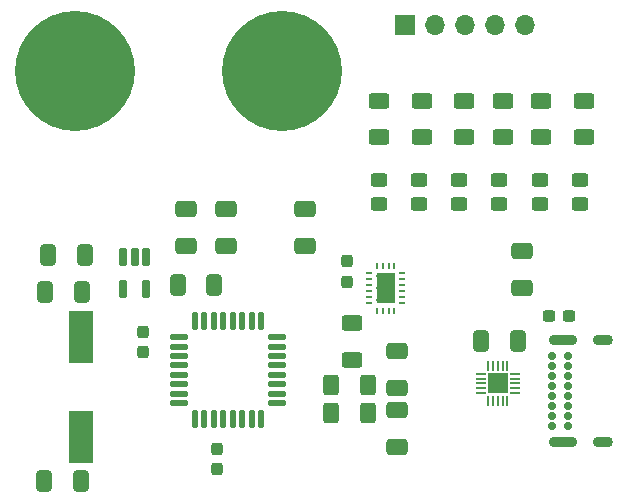
<source format=gbr>
%TF.GenerationSoftware,KiCad,Pcbnew,8.0.4*%
%TF.CreationDate,2024-12-03T19:18:34-08:00*%
%TF.ProjectId,USBC_UART_Dock_Prototype,55534243-5f55-4415-9254-5f446f636b5f,rev?*%
%TF.SameCoordinates,Original*%
%TF.FileFunction,Soldermask,Top*%
%TF.FilePolarity,Negative*%
%FSLAX46Y46*%
G04 Gerber Fmt 4.6, Leading zero omitted, Abs format (unit mm)*
G04 Created by KiCad (PCBNEW 8.0.4) date 2024-12-03 19:18:34*
%MOMM*%
%LPD*%
G01*
G04 APERTURE LIST*
G04 Aperture macros list*
%AMRoundRect*
0 Rectangle with rounded corners*
0 $1 Rounding radius*
0 $2 $3 $4 $5 $6 $7 $8 $9 X,Y pos of 4 corners*
0 Add a 4 corners polygon primitive as box body*
4,1,4,$2,$3,$4,$5,$6,$7,$8,$9,$2,$3,0*
0 Add four circle primitives for the rounded corners*
1,1,$1+$1,$2,$3*
1,1,$1+$1,$4,$5*
1,1,$1+$1,$6,$7*
1,1,$1+$1,$8,$9*
0 Add four rect primitives between the rounded corners*
20,1,$1+$1,$2,$3,$4,$5,0*
20,1,$1+$1,$4,$5,$6,$7,0*
20,1,$1+$1,$6,$7,$8,$9,0*
20,1,$1+$1,$8,$9,$2,$3,0*%
G04 Aperture macros list end*
%ADD10RoundRect,0.250000X-0.625000X0.400000X-0.625000X-0.400000X0.625000X-0.400000X0.625000X0.400000X0*%
%ADD11RoundRect,0.162500X-0.162500X0.617500X-0.162500X-0.617500X0.162500X-0.617500X0.162500X0.617500X0*%
%ADD12RoundRect,0.250000X-0.412500X-0.650000X0.412500X-0.650000X0.412500X0.650000X-0.412500X0.650000X0*%
%ADD13RoundRect,0.250000X0.650000X-0.412500X0.650000X0.412500X-0.650000X0.412500X-0.650000X-0.412500X0*%
%ADD14RoundRect,0.250000X-0.650000X0.412500X-0.650000X-0.412500X0.650000X-0.412500X0.650000X0.412500X0*%
%ADD15C,10.160000*%
%ADD16C,0.700000*%
%ADD17O,2.400000X0.900000*%
%ADD18O,1.700000X0.900000*%
%ADD19RoundRect,0.250000X0.412500X0.650000X-0.412500X0.650000X-0.412500X-0.650000X0.412500X-0.650000X0*%
%ADD20RoundRect,0.250000X0.450000X-0.325000X0.450000X0.325000X-0.450000X0.325000X-0.450000X-0.325000X0*%
%ADD21RoundRect,0.237500X-0.237500X0.300000X-0.237500X-0.300000X0.237500X-0.300000X0.237500X0.300000X0*%
%ADD22RoundRect,0.250000X-0.400000X-0.625000X0.400000X-0.625000X0.400000X0.625000X-0.400000X0.625000X0*%
%ADD23RoundRect,0.125000X-0.625000X-0.125000X0.625000X-0.125000X0.625000X0.125000X-0.625000X0.125000X0*%
%ADD24RoundRect,0.125000X-0.125000X-0.625000X0.125000X-0.625000X0.125000X0.625000X-0.125000X0.625000X0*%
%ADD25RoundRect,0.237500X0.237500X-0.300000X0.237500X0.300000X-0.237500X0.300000X-0.237500X-0.300000X0*%
%ADD26RoundRect,0.050000X0.362500X0.050000X-0.362500X0.050000X-0.362500X-0.050000X0.362500X-0.050000X0*%
%ADD27RoundRect,0.050000X0.050000X0.362500X-0.050000X0.362500X-0.050000X-0.362500X0.050000X-0.362500X0*%
%ADD28R,1.700000X1.700000*%
%ADD29R,2.000000X4.500000*%
%ADD30O,1.700000X1.700000*%
%ADD31RoundRect,0.237500X-0.300000X-0.237500X0.300000X-0.237500X0.300000X0.237500X-0.300000X0.237500X0*%
%ADD32RoundRect,0.250000X0.625000X-0.400000X0.625000X0.400000X-0.625000X0.400000X-0.625000X-0.400000X0*%
%ADD33O,0.599999X0.200000*%
%ADD34O,0.200000X0.599999*%
%ADD35R,1.599999X2.600000*%
%ADD36C,0.499999*%
G04 APERTURE END LIST*
D10*
%TO.C,R8*%
X161900000Y-69760000D03*
X161900000Y-72860000D03*
%TD*%
D11*
%TO.C,U5*%
X128450000Y-82987500D03*
X127500000Y-82987500D03*
X126550000Y-82987500D03*
X126550000Y-85687500D03*
X128450000Y-85687500D03*
%TD*%
D12*
%TO.C,C10*%
X156837500Y-90137500D03*
X159962500Y-90137500D03*
%TD*%
D13*
%TO.C,C8*%
X149700000Y-94087500D03*
X149700000Y-90962500D03*
%TD*%
D14*
%TO.C,C4*%
X135200000Y-78912500D03*
X135200000Y-82037500D03*
%TD*%
D15*
%TO.C,J1*%
X122450000Y-67287500D03*
%TD*%
D16*
%TO.C,J4*%
X162825000Y-97312500D03*
X162825000Y-96462500D03*
X162825000Y-95612500D03*
X162825000Y-94762500D03*
X162825000Y-93912500D03*
X162825000Y-93062500D03*
X162825000Y-92212500D03*
X162825000Y-91362500D03*
X164175000Y-91362500D03*
X164175000Y-92212500D03*
X164175000Y-93062500D03*
X164175000Y-93912500D03*
X164175000Y-94762500D03*
X164175000Y-95612500D03*
X164175000Y-96462500D03*
X164175000Y-97312500D03*
D17*
X163805000Y-98662500D03*
D18*
X167185000Y-98662500D03*
D17*
X163805000Y-90012500D03*
D18*
X167185000Y-90012500D03*
%TD*%
D19*
%TO.C,C1*%
X123062500Y-86000000D03*
X119937500Y-86000000D03*
%TD*%
D20*
%TO.C,D4*%
X158388000Y-78560000D03*
X158388000Y-76510000D03*
%TD*%
D14*
%TO.C,C9*%
X149750000Y-95987500D03*
X149750000Y-99112500D03*
%TD*%
D10*
%TO.C,R7*%
X158650000Y-69760000D03*
X158650000Y-72860000D03*
%TD*%
%TO.C,R5*%
X151850000Y-69760000D03*
X151850000Y-72860000D03*
%TD*%
D15*
%TO.C,J2*%
X140000000Y-67287500D03*
%TD*%
D10*
%TO.C,R4*%
X148200000Y-69760000D03*
X148200000Y-72860000D03*
%TD*%
%TO.C,R6*%
X155400000Y-69760000D03*
X155400000Y-72860000D03*
%TD*%
D20*
%TO.C,D1*%
X148200000Y-78560000D03*
X148200000Y-76510000D03*
%TD*%
%TO.C,D5*%
X161784000Y-78560000D03*
X161784000Y-76510000D03*
%TD*%
D13*
%TO.C,C12*%
X160300000Y-85662500D03*
X160300000Y-82537500D03*
%TD*%
D19*
%TO.C,C16*%
X123275000Y-82837500D03*
X120150000Y-82837500D03*
%TD*%
D20*
%TO.C,D2*%
X151596000Y-78560000D03*
X151596000Y-76510000D03*
%TD*%
D21*
%TO.C,C13*%
X134500000Y-99237500D03*
X134500000Y-100962500D03*
%TD*%
D12*
%TO.C,C17*%
X131137500Y-85400000D03*
X134262500Y-85400000D03*
%TD*%
D10*
%TO.C,R9*%
X165550000Y-69760000D03*
X165550000Y-72860000D03*
%TD*%
D20*
%TO.C,D3*%
X154992000Y-78560000D03*
X154992000Y-76510000D03*
%TD*%
D14*
%TO.C,C5*%
X131850000Y-78912500D03*
X131850000Y-82037500D03*
%TD*%
D22*
%TO.C,R3*%
X144150000Y-93850000D03*
X147250000Y-93850000D03*
%TD*%
D23*
%TO.C,U1*%
X131225000Y-89787500D03*
X131225000Y-90587500D03*
X131225000Y-91387500D03*
X131225000Y-92187500D03*
X131225000Y-92987500D03*
X131225000Y-93787500D03*
X131225000Y-94587500D03*
X131225000Y-95387500D03*
D24*
X132600000Y-96762500D03*
X133400000Y-96762500D03*
X134200000Y-96762500D03*
X135000000Y-96762500D03*
X135800000Y-96762500D03*
X136600000Y-96762500D03*
X137400000Y-96762500D03*
X138200000Y-96762500D03*
D23*
X139575000Y-95387500D03*
X139575000Y-94587500D03*
X139575000Y-93787500D03*
X139575000Y-92987500D03*
X139575000Y-92187500D03*
X139575000Y-91387500D03*
X139575000Y-90587500D03*
X139575000Y-89787500D03*
D24*
X138200000Y-88412500D03*
X137400000Y-88412500D03*
X136600000Y-88412500D03*
X135800000Y-88412500D03*
X135000000Y-88412500D03*
X134200000Y-88412500D03*
X133400000Y-88412500D03*
X132600000Y-88412500D03*
%TD*%
D25*
%TO.C,C7*%
X145450000Y-85100000D03*
X145450000Y-83375000D03*
%TD*%
D19*
%TO.C,C3*%
X122962500Y-102000000D03*
X119837500Y-102000000D03*
%TD*%
D22*
%TO.C,R2*%
X144150000Y-96200000D03*
X147250000Y-96200000D03*
%TD*%
D26*
%TO.C,U3*%
X159712500Y-94500000D03*
X159712500Y-94100000D03*
X159712500Y-93700000D03*
X159712500Y-93300000D03*
X159712500Y-92900000D03*
D27*
X159050000Y-92237500D03*
X158650000Y-92237500D03*
X158250000Y-92237500D03*
X157850000Y-92237500D03*
X157450000Y-92237500D03*
D26*
X156787500Y-92900000D03*
X156787500Y-93300000D03*
X156787500Y-93700000D03*
X156787500Y-94100000D03*
X156787500Y-94500000D03*
D27*
X157450000Y-95162500D03*
X157850000Y-95162500D03*
X158250000Y-95162500D03*
X158650000Y-95162500D03*
X159050000Y-95162500D03*
D28*
X158250000Y-93700000D03*
%TD*%
D29*
%TO.C,Y1*%
X123000000Y-89750000D03*
X123000000Y-98250000D03*
%TD*%
D28*
%TO.C,J3*%
X150380000Y-63387500D03*
D30*
X152920000Y-63387500D03*
X155460000Y-63387500D03*
X158000000Y-63387500D03*
X160540000Y-63387500D03*
%TD*%
D31*
%TO.C,C11*%
X162587500Y-88037500D03*
X164312500Y-88037500D03*
%TD*%
D20*
%TO.C,D6*%
X165180000Y-78560000D03*
X165180000Y-76510000D03*
%TD*%
D14*
%TO.C,C2*%
X141900000Y-78912500D03*
X141900000Y-82037500D03*
%TD*%
D32*
%TO.C,R1*%
X145900000Y-91687500D03*
X145900000Y-88587500D03*
%TD*%
D25*
%TO.C,C6*%
X128200000Y-91050000D03*
X128200000Y-89325000D03*
%TD*%
D33*
%TO.C,U2*%
X147349999Y-84387501D03*
X147349999Y-84887500D03*
X147349999Y-85387501D03*
X147349999Y-85887501D03*
X147349999Y-86387502D03*
X147349999Y-86887501D03*
D34*
X147999998Y-87537500D03*
X148499999Y-87537500D03*
X148999999Y-87537500D03*
X149500000Y-87537500D03*
D33*
X150149999Y-86887501D03*
X150149999Y-86387502D03*
X150149999Y-85887501D03*
X150149999Y-85387501D03*
X150149999Y-84887500D03*
X150149999Y-84387501D03*
D34*
X149500000Y-83737502D03*
X148999999Y-83737502D03*
X148499999Y-83737502D03*
X147999998Y-83737502D03*
D35*
X148749999Y-85637501D03*
D36*
X148200000Y-84587501D03*
X148200000Y-85637501D03*
X148200000Y-86687501D03*
X149299998Y-84587501D03*
X149299998Y-85637501D03*
X149299998Y-86687501D03*
%TD*%
M02*

</source>
